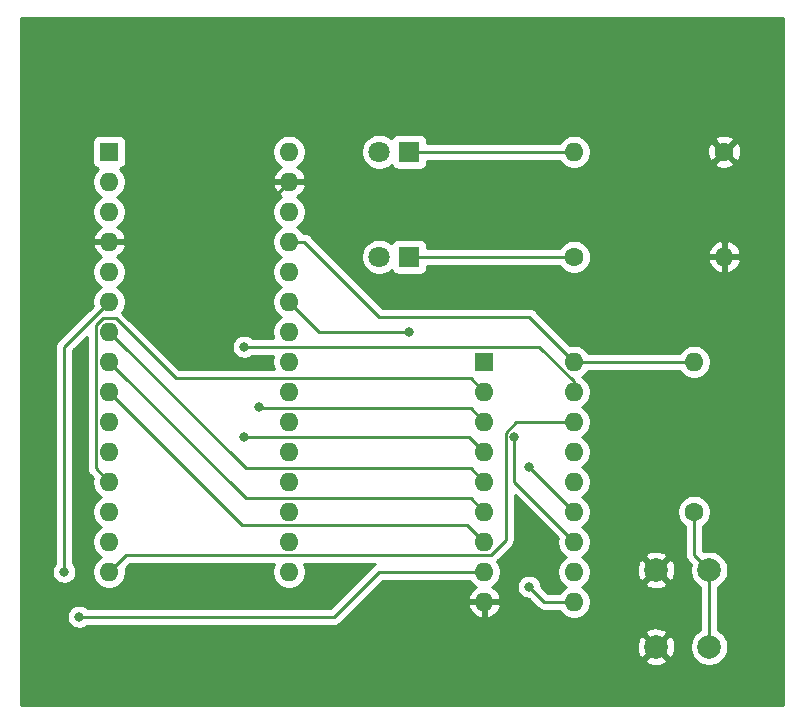
<source format=gbr>
%TF.GenerationSoftware,KiCad,Pcbnew,(5.1.10)-1*%
%TF.CreationDate,2021-07-06T22:39:24+01:00*%
%TF.ProjectId,2114_sram_tester,32313134-5f73-4726-916d-5f7465737465,rev?*%
%TF.SameCoordinates,Original*%
%TF.FileFunction,Copper,L2,Bot*%
%TF.FilePolarity,Positive*%
%FSLAX46Y46*%
G04 Gerber Fmt 4.6, Leading zero omitted, Abs format (unit mm)*
G04 Created by KiCad (PCBNEW (5.1.10)-1) date 2021-07-06 22:39:24*
%MOMM*%
%LPD*%
G01*
G04 APERTURE LIST*
%TA.AperFunction,ComponentPad*%
%ADD10C,2.000000*%
%TD*%
%TA.AperFunction,ComponentPad*%
%ADD11O,1.600000X1.600000*%
%TD*%
%TA.AperFunction,ComponentPad*%
%ADD12C,1.600000*%
%TD*%
%TA.AperFunction,ComponentPad*%
%ADD13R,1.600000X1.600000*%
%TD*%
%TA.AperFunction,ComponentPad*%
%ADD14C,1.800000*%
%TD*%
%TA.AperFunction,ComponentPad*%
%ADD15R,1.800000X1.800000*%
%TD*%
%TA.AperFunction,ViaPad*%
%ADD16C,0.800000*%
%TD*%
%TA.AperFunction,Conductor*%
%ADD17C,0.250000*%
%TD*%
%TA.AperFunction,Conductor*%
%ADD18C,0.254000*%
%TD*%
%TA.AperFunction,Conductor*%
%ADD19C,0.100000*%
%TD*%
G04 APERTURE END LIST*
D10*
%TO.P,SW1,1*%
%TO.N,GND*%
X145360000Y-97640000D03*
%TO.P,SW1,2*%
%TO.N,Switch*%
X149860000Y-97640000D03*
%TO.P,SW1,1*%
%TO.N,GND*%
X145360000Y-104140000D03*
%TO.P,SW1,2*%
%TO.N,Switch*%
X149860000Y-104140000D03*
%TD*%
D11*
%TO.P,R3,2*%
%TO.N,5vPower*%
X148590000Y-80010000D03*
D12*
%TO.P,R3,1*%
%TO.N,Switch*%
X148590000Y-92710000D03*
%TD*%
D11*
%TO.P,R2,2*%
%TO.N,GND*%
X151130000Y-71120000D03*
D12*
%TO.P,R2,1*%
%TO.N,Net-(D2-Pad1)*%
X138430000Y-71120000D03*
%TD*%
D11*
%TO.P,R1,2*%
%TO.N,Net-(D1-Pad1)*%
X138430000Y-62230000D03*
D12*
%TO.P,R1,1*%
%TO.N,GND*%
X151130000Y-62230000D03*
%TD*%
D11*
%TO.P,A1,16*%
%TO.N,SRAM_A9*%
X114300000Y-97790000D03*
%TO.P,A1,15*%
%TO.N,SRAM_A8*%
X99060000Y-97790000D03*
%TO.P,A1,30*%
%TO.N,Net-(A1-Pad30)*%
X114300000Y-62230000D03*
%TO.P,A1,14*%
%TO.N,SRAM_A7*%
X99060000Y-95250000D03*
%TO.P,A1,29*%
%TO.N,GND*%
X114300000Y-64770000D03*
%TO.P,A1,13*%
%TO.N,SRAM_A6*%
X99060000Y-92710000D03*
%TO.P,A1,28*%
%TO.N,Net-(A1-Pad28)*%
X114300000Y-67310000D03*
%TO.P,A1,12*%
%TO.N,SRAM_A5*%
X99060000Y-90170000D03*
%TO.P,A1,27*%
%TO.N,5vPower*%
X114300000Y-69850000D03*
%TO.P,A1,11*%
%TO.N,SRAM_A4*%
X99060000Y-87630000D03*
%TO.P,A1,26*%
%TO.N,Net-(A1-Pad26)*%
X114300000Y-72390000D03*
%TO.P,A1,10*%
%TO.N,SRAM_A3*%
X99060000Y-85090000D03*
%TO.P,A1,25*%
%TO.N,Switch*%
X114300000Y-74930000D03*
%TO.P,A1,9*%
%TO.N,SRAM_A2*%
X99060000Y-82550000D03*
%TO.P,A1,24*%
%TO.N,Red_LED*%
X114300000Y-77470000D03*
%TO.P,A1,8*%
%TO.N,SRAM_A1*%
X99060000Y-80010000D03*
%TO.P,A1,23*%
%TO.N,Green_LED*%
X114300000Y-80010000D03*
%TO.P,A1,7*%
%TO.N,SRAM_A0*%
X99060000Y-77470000D03*
%TO.P,A1,22*%
%TO.N,Data_4*%
X114300000Y-82550000D03*
%TO.P,A1,6*%
%TO.N,Write_Enable*%
X99060000Y-74930000D03*
%TO.P,A1,21*%
%TO.N,Data_3*%
X114300000Y-85090000D03*
%TO.P,A1,5*%
%TO.N,Chip_Select*%
X99060000Y-72390000D03*
%TO.P,A1,20*%
%TO.N,Data_2*%
X114300000Y-87630000D03*
%TO.P,A1,4*%
%TO.N,GND*%
X99060000Y-69850000D03*
%TO.P,A1,19*%
%TO.N,Data_1*%
X114300000Y-90170000D03*
%TO.P,A1,3*%
%TO.N,Net-(A1-Pad3)*%
X99060000Y-67310000D03*
%TO.P,A1,18*%
%TO.N,Net-(A1-Pad18)*%
X114300000Y-92710000D03*
%TO.P,A1,2*%
%TO.N,Net-(A1-Pad2)*%
X99060000Y-64770000D03*
%TO.P,A1,17*%
%TO.N,Net-(A1-Pad17)*%
X114300000Y-95250000D03*
D13*
%TO.P,A1,1*%
%TO.N,Net-(A1-Pad1)*%
X99060000Y-62230000D03*
%TD*%
D11*
%TO.P,J1,18*%
%TO.N,5vPower*%
X138430000Y-80010000D03*
%TO.P,J1,9*%
%TO.N,GND*%
X130810000Y-100330000D03*
%TO.P,J1,17*%
%TO.N,SRAM_A7*%
X138430000Y-82550000D03*
%TO.P,J1,8*%
%TO.N,Chip_Select*%
X130810000Y-97790000D03*
%TO.P,J1,16*%
%TO.N,SRAM_A8*%
X138430000Y-85090000D03*
%TO.P,J1,7*%
%TO.N,SRAM_A2*%
X130810000Y-95250000D03*
%TO.P,J1,15*%
%TO.N,SRAM_A9*%
X138430000Y-87630000D03*
%TO.P,J1,6*%
%TO.N,SRAM_A1*%
X130810000Y-92710000D03*
%TO.P,J1,14*%
%TO.N,Data_1*%
X138430000Y-90170000D03*
%TO.P,J1,5*%
%TO.N,SRAM_A0*%
X130810000Y-90170000D03*
%TO.P,J1,13*%
%TO.N,Data_2*%
X138430000Y-92710000D03*
%TO.P,J1,4*%
%TO.N,SRAM_A3*%
X130810000Y-87630000D03*
%TO.P,J1,12*%
%TO.N,Data_3*%
X138430000Y-95250000D03*
%TO.P,J1,3*%
%TO.N,SRAM_A4*%
X130810000Y-85090000D03*
%TO.P,J1,11*%
%TO.N,Data_4*%
X138430000Y-97790000D03*
%TO.P,J1,2*%
%TO.N,SRAM_A5*%
X130810000Y-82550000D03*
%TO.P,J1,10*%
%TO.N,Write_Enable*%
X138430000Y-100330000D03*
D13*
%TO.P,J1,1*%
%TO.N,SRAM_A6*%
X130810000Y-80010000D03*
%TD*%
D14*
%TO.P,D2,2*%
%TO.N,Green_LED*%
X121920000Y-71120000D03*
D15*
%TO.P,D2,1*%
%TO.N,Net-(D2-Pad1)*%
X124460000Y-71120000D03*
%TD*%
D14*
%TO.P,D1,2*%
%TO.N,Red_LED*%
X121920000Y-62230000D03*
D15*
%TO.P,D1,1*%
%TO.N,Net-(D1-Pad1)*%
X124460000Y-62230000D03*
%TD*%
D16*
%TO.N,SRAM_A7*%
X110490000Y-78740000D03*
%TO.N,SRAM_A4*%
X111760000Y-83820000D03*
%TO.N,SRAM_A3*%
X110490000Y-86360000D03*
%TO.N,Write_Enable*%
X134620000Y-99060000D03*
X95250000Y-97790000D03*
%TO.N,Data_3*%
X133350000Y-86360000D03*
%TO.N,Chip_Select*%
X96520000Y-101600000D03*
%TO.N,Data_2*%
X134620000Y-88900000D03*
%TO.N,Switch*%
X124460000Y-77470000D03*
%TD*%
D17*
%TO.N,SRAM_A8*%
X133546998Y-85090000D02*
X138430000Y-85090000D01*
X132624999Y-86011999D02*
X133546998Y-85090000D01*
X132624999Y-95100003D02*
X132624999Y-86011999D01*
X131350001Y-96375001D02*
X132624999Y-95100003D01*
X100474999Y-96375001D02*
X131350001Y-96375001D01*
X99060000Y-97790000D02*
X100474999Y-96375001D01*
%TO.N,SRAM_A7*%
X138430000Y-81675002D02*
X138430000Y-82550000D01*
X135494998Y-78740000D02*
X138430000Y-81675002D01*
X110490000Y-78740000D02*
X135494998Y-78740000D01*
%TO.N,GND*%
X109220000Y-69850000D02*
X114300000Y-64770000D01*
X99060000Y-69850000D02*
X109220000Y-69850000D01*
X148590000Y-64770000D02*
X151130000Y-62230000D01*
X114300000Y-64770000D02*
X148590000Y-64770000D01*
X151130000Y-71120000D02*
X151130000Y-67310000D01*
X151130000Y-67310000D02*
X148590000Y-64770000D01*
%TO.N,SRAM_A5*%
X97934999Y-89044999D02*
X99060000Y-90170000D01*
X98519999Y-76344999D02*
X97934999Y-76929999D01*
X97934999Y-76929999D02*
X97934999Y-89044999D01*
X99600001Y-76344999D02*
X98519999Y-76344999D01*
X104680001Y-81424999D02*
X99600001Y-76344999D01*
X129684999Y-81424999D02*
X104680001Y-81424999D01*
X130810000Y-82550000D02*
X129684999Y-81424999D01*
%TO.N,5vPower*%
X114300000Y-69850000D02*
X115570000Y-69850000D01*
X115570000Y-69850000D02*
X121920000Y-76200000D01*
X134620000Y-76200000D02*
X138430000Y-80010000D01*
X121920000Y-76200000D02*
X134620000Y-76200000D01*
X138430000Y-80010000D02*
X148590000Y-80010000D01*
%TO.N,SRAM_A4*%
X130810000Y-85090000D02*
X129684999Y-83964999D01*
X111904999Y-83964999D02*
X111760000Y-83820000D01*
X129684999Y-83964999D02*
X111904999Y-83964999D01*
%TO.N,SRAM_A3*%
X129540000Y-86360000D02*
X110490000Y-86360000D01*
X130810000Y-87630000D02*
X129540000Y-86360000D01*
%TO.N,SRAM_A2*%
X110345001Y-93835001D02*
X99060000Y-82550000D01*
X129395001Y-93835001D02*
X110345001Y-93835001D01*
X130810000Y-95250000D02*
X129395001Y-93835001D01*
%TO.N,SRAM_A1*%
X110634999Y-91584999D02*
X99060000Y-80010000D01*
X129684999Y-91584999D02*
X110634999Y-91584999D01*
X130810000Y-92710000D02*
X129684999Y-91584999D01*
%TO.N,SRAM_A0*%
X110634999Y-89044999D02*
X99060000Y-77470000D01*
X129684999Y-89044999D02*
X110634999Y-89044999D01*
X130810000Y-90170000D02*
X129684999Y-89044999D01*
%TO.N,Write_Enable*%
X95250000Y-78740000D02*
X99060000Y-74930000D01*
X95250000Y-95645002D02*
X95250000Y-78740000D01*
X135890000Y-100330000D02*
X134620000Y-99060000D01*
X138430000Y-100330000D02*
X135890000Y-100330000D01*
X95250000Y-97790000D02*
X95250000Y-95250000D01*
%TO.N,Data_3*%
X133350000Y-90170000D02*
X138430000Y-95250000D01*
X133350000Y-86360000D02*
X133350000Y-90170000D01*
%TO.N,Chip_Select*%
X130810000Y-97790000D02*
X121920000Y-97790000D01*
X118110000Y-101600000D02*
X96520000Y-101600000D01*
X121920000Y-97790000D02*
X118110000Y-101600000D01*
%TO.N,Data_2*%
X134620000Y-88900000D02*
X138430000Y-92710000D01*
%TO.N,Net-(D1-Pad1)*%
X138430000Y-62230000D02*
X124460000Y-62230000D01*
%TO.N,Net-(D2-Pad1)*%
X138430000Y-71120000D02*
X124460000Y-71120000D01*
%TO.N,Switch*%
X116840000Y-77470000D02*
X114300000Y-74930000D01*
X124460000Y-77470000D02*
X116840000Y-77470000D01*
X148590000Y-96370000D02*
X149860000Y-97640000D01*
X148590000Y-92710000D02*
X148590000Y-96370000D01*
X149860000Y-97640000D02*
X149860000Y-104140000D01*
%TD*%
D18*
%TO.N,GND*%
X156083000Y-109093000D02*
X91567000Y-109093000D01*
X91567000Y-105275413D01*
X144404192Y-105275413D01*
X144499956Y-105539814D01*
X144789571Y-105680704D01*
X145101108Y-105762384D01*
X145422595Y-105781718D01*
X145741675Y-105737961D01*
X146046088Y-105632795D01*
X146220044Y-105539814D01*
X146315808Y-105275413D01*
X145360000Y-104319605D01*
X144404192Y-105275413D01*
X91567000Y-105275413D01*
X91567000Y-104202595D01*
X143718282Y-104202595D01*
X143762039Y-104521675D01*
X143867205Y-104826088D01*
X143960186Y-105000044D01*
X144224587Y-105095808D01*
X145180395Y-104140000D01*
X145539605Y-104140000D01*
X146495413Y-105095808D01*
X146759814Y-105000044D01*
X146900704Y-104710429D01*
X146982384Y-104398892D01*
X147001718Y-104077405D01*
X146957961Y-103758325D01*
X146852795Y-103453912D01*
X146759814Y-103279956D01*
X146495413Y-103184192D01*
X145539605Y-104140000D01*
X145180395Y-104140000D01*
X144224587Y-103184192D01*
X143960186Y-103279956D01*
X143819296Y-103569571D01*
X143737616Y-103881108D01*
X143718282Y-104202595D01*
X91567000Y-104202595D01*
X91567000Y-103004587D01*
X144404192Y-103004587D01*
X145360000Y-103960395D01*
X146315808Y-103004587D01*
X146220044Y-102740186D01*
X145930429Y-102599296D01*
X145618892Y-102517616D01*
X145297405Y-102498282D01*
X144978325Y-102542039D01*
X144673912Y-102647205D01*
X144499956Y-102740186D01*
X144404192Y-103004587D01*
X91567000Y-103004587D01*
X91567000Y-97688061D01*
X94215000Y-97688061D01*
X94215000Y-97891939D01*
X94254774Y-98091898D01*
X94332795Y-98280256D01*
X94446063Y-98449774D01*
X94590226Y-98593937D01*
X94759744Y-98707205D01*
X94948102Y-98785226D01*
X95148061Y-98825000D01*
X95351939Y-98825000D01*
X95551898Y-98785226D01*
X95740256Y-98707205D01*
X95909774Y-98593937D01*
X96053937Y-98449774D01*
X96167205Y-98280256D01*
X96245226Y-98091898D01*
X96285000Y-97891939D01*
X96285000Y-97688061D01*
X96245226Y-97488102D01*
X96167205Y-97299744D01*
X96053937Y-97130226D01*
X96010000Y-97086289D01*
X96010000Y-79054801D01*
X97174999Y-77889802D01*
X97175000Y-89007667D01*
X97171323Y-89044999D01*
X97175000Y-89082332D01*
X97185997Y-89193985D01*
X97199179Y-89237441D01*
X97229453Y-89337245D01*
X97300025Y-89469275D01*
X97353986Y-89535026D01*
X97394999Y-89585000D01*
X97423997Y-89608798D01*
X97661312Y-89846113D01*
X97625000Y-90028665D01*
X97625000Y-90311335D01*
X97680147Y-90588574D01*
X97788320Y-90849727D01*
X97945363Y-91084759D01*
X98145241Y-91284637D01*
X98377759Y-91440000D01*
X98145241Y-91595363D01*
X97945363Y-91795241D01*
X97788320Y-92030273D01*
X97680147Y-92291426D01*
X97625000Y-92568665D01*
X97625000Y-92851335D01*
X97680147Y-93128574D01*
X97788320Y-93389727D01*
X97945363Y-93624759D01*
X98145241Y-93824637D01*
X98377759Y-93980000D01*
X98145241Y-94135363D01*
X97945363Y-94335241D01*
X97788320Y-94570273D01*
X97680147Y-94831426D01*
X97625000Y-95108665D01*
X97625000Y-95391335D01*
X97680147Y-95668574D01*
X97788320Y-95929727D01*
X97945363Y-96164759D01*
X98145241Y-96364637D01*
X98377759Y-96520000D01*
X98145241Y-96675363D01*
X97945363Y-96875241D01*
X97788320Y-97110273D01*
X97680147Y-97371426D01*
X97625000Y-97648665D01*
X97625000Y-97931335D01*
X97680147Y-98208574D01*
X97788320Y-98469727D01*
X97945363Y-98704759D01*
X98145241Y-98904637D01*
X98380273Y-99061680D01*
X98641426Y-99169853D01*
X98918665Y-99225000D01*
X99201335Y-99225000D01*
X99478574Y-99169853D01*
X99739727Y-99061680D01*
X99974759Y-98904637D01*
X100174637Y-98704759D01*
X100331680Y-98469727D01*
X100439853Y-98208574D01*
X100495000Y-97931335D01*
X100495000Y-97648665D01*
X100458688Y-97466114D01*
X100789801Y-97135001D01*
X113018077Y-97135001D01*
X112920147Y-97371426D01*
X112865000Y-97648665D01*
X112865000Y-97931335D01*
X112920147Y-98208574D01*
X113028320Y-98469727D01*
X113185363Y-98704759D01*
X113385241Y-98904637D01*
X113620273Y-99061680D01*
X113881426Y-99169853D01*
X114158665Y-99225000D01*
X114441335Y-99225000D01*
X114718574Y-99169853D01*
X114979727Y-99061680D01*
X115214759Y-98904637D01*
X115414637Y-98704759D01*
X115571680Y-98469727D01*
X115679853Y-98208574D01*
X115735000Y-97931335D01*
X115735000Y-97648665D01*
X115679853Y-97371426D01*
X115581923Y-97135001D01*
X121533188Y-97135001D01*
X121495724Y-97155026D01*
X121379999Y-97249999D01*
X121356201Y-97278997D01*
X117795199Y-100840000D01*
X97223711Y-100840000D01*
X97179774Y-100796063D01*
X97010256Y-100682795D01*
X96821898Y-100604774D01*
X96621939Y-100565000D01*
X96418061Y-100565000D01*
X96218102Y-100604774D01*
X96029744Y-100682795D01*
X95860226Y-100796063D01*
X95716063Y-100940226D01*
X95602795Y-101109744D01*
X95524774Y-101298102D01*
X95485000Y-101498061D01*
X95485000Y-101701939D01*
X95524774Y-101901898D01*
X95602795Y-102090256D01*
X95716063Y-102259774D01*
X95860226Y-102403937D01*
X96029744Y-102517205D01*
X96218102Y-102595226D01*
X96418061Y-102635000D01*
X96621939Y-102635000D01*
X96821898Y-102595226D01*
X97010256Y-102517205D01*
X97179774Y-102403937D01*
X97223711Y-102360000D01*
X118072678Y-102360000D01*
X118110000Y-102363676D01*
X118147322Y-102360000D01*
X118147333Y-102360000D01*
X118258986Y-102349003D01*
X118402247Y-102305546D01*
X118534276Y-102234974D01*
X118650001Y-102140001D01*
X118673804Y-102110997D01*
X120105762Y-100679039D01*
X129418096Y-100679039D01*
X129458754Y-100813087D01*
X129578963Y-101067420D01*
X129746481Y-101293414D01*
X129954869Y-101482385D01*
X130196119Y-101627070D01*
X130460960Y-101721909D01*
X130683000Y-101600624D01*
X130683000Y-100457000D01*
X130937000Y-100457000D01*
X130937000Y-101600624D01*
X131159040Y-101721909D01*
X131423881Y-101627070D01*
X131665131Y-101482385D01*
X131873519Y-101293414D01*
X132041037Y-101067420D01*
X132161246Y-100813087D01*
X132201904Y-100679039D01*
X132079915Y-100457000D01*
X130937000Y-100457000D01*
X130683000Y-100457000D01*
X129540085Y-100457000D01*
X129418096Y-100679039D01*
X120105762Y-100679039D01*
X122234802Y-98550000D01*
X129591957Y-98550000D01*
X129695363Y-98704759D01*
X129895241Y-98904637D01*
X130130273Y-99061680D01*
X130140865Y-99066067D01*
X129954869Y-99177615D01*
X129746481Y-99366586D01*
X129578963Y-99592580D01*
X129458754Y-99846913D01*
X129418096Y-99980961D01*
X129540085Y-100203000D01*
X130683000Y-100203000D01*
X130683000Y-100183000D01*
X130937000Y-100183000D01*
X130937000Y-100203000D01*
X132079915Y-100203000D01*
X132201904Y-99980961D01*
X132161246Y-99846913D01*
X132041037Y-99592580D01*
X131873519Y-99366586D01*
X131665131Y-99177615D01*
X131479135Y-99066067D01*
X131489727Y-99061680D01*
X131724759Y-98904637D01*
X131924637Y-98704759D01*
X132081680Y-98469727D01*
X132189853Y-98208574D01*
X132245000Y-97931335D01*
X132245000Y-97648665D01*
X132189853Y-97371426D01*
X132081680Y-97110273D01*
X131924637Y-96875241D01*
X131924600Y-96875204D01*
X133136008Y-95663797D01*
X133165000Y-95640004D01*
X133188794Y-95611011D01*
X133188798Y-95611007D01*
X133259972Y-95524280D01*
X133259973Y-95524279D01*
X133330545Y-95392250D01*
X133374002Y-95248989D01*
X133384999Y-95137336D01*
X133384999Y-95137327D01*
X133388675Y-95100004D01*
X133384999Y-95062681D01*
X133384999Y-91279800D01*
X137031312Y-94926114D01*
X136995000Y-95108665D01*
X136995000Y-95391335D01*
X137050147Y-95668574D01*
X137158320Y-95929727D01*
X137315363Y-96164759D01*
X137515241Y-96364637D01*
X137747759Y-96520000D01*
X137515241Y-96675363D01*
X137315363Y-96875241D01*
X137158320Y-97110273D01*
X137050147Y-97371426D01*
X136995000Y-97648665D01*
X136995000Y-97931335D01*
X137050147Y-98208574D01*
X137158320Y-98469727D01*
X137315363Y-98704759D01*
X137515241Y-98904637D01*
X137747759Y-99060000D01*
X137515241Y-99215363D01*
X137315363Y-99415241D01*
X137211957Y-99570000D01*
X136204802Y-99570000D01*
X135655000Y-99020199D01*
X135655000Y-98958061D01*
X135615226Y-98758102D01*
X135537205Y-98569744D01*
X135423937Y-98400226D01*
X135279774Y-98256063D01*
X135110256Y-98142795D01*
X134921898Y-98064774D01*
X134721939Y-98025000D01*
X134518061Y-98025000D01*
X134318102Y-98064774D01*
X134129744Y-98142795D01*
X133960226Y-98256063D01*
X133816063Y-98400226D01*
X133702795Y-98569744D01*
X133624774Y-98758102D01*
X133585000Y-98958061D01*
X133585000Y-99161939D01*
X133624774Y-99361898D01*
X133702795Y-99550256D01*
X133816063Y-99719774D01*
X133960226Y-99863937D01*
X134129744Y-99977205D01*
X134318102Y-100055226D01*
X134518061Y-100095000D01*
X134580199Y-100095000D01*
X135326201Y-100841003D01*
X135349999Y-100870001D01*
X135465724Y-100964974D01*
X135597753Y-101035546D01*
X135741014Y-101079003D01*
X135852667Y-101090000D01*
X135852676Y-101090000D01*
X135889999Y-101093676D01*
X135927322Y-101090000D01*
X137211957Y-101090000D01*
X137315363Y-101244759D01*
X137515241Y-101444637D01*
X137750273Y-101601680D01*
X138011426Y-101709853D01*
X138288665Y-101765000D01*
X138571335Y-101765000D01*
X138848574Y-101709853D01*
X139109727Y-101601680D01*
X139344759Y-101444637D01*
X139544637Y-101244759D01*
X139701680Y-101009727D01*
X139809853Y-100748574D01*
X139865000Y-100471335D01*
X139865000Y-100188665D01*
X139809853Y-99911426D01*
X139701680Y-99650273D01*
X139544637Y-99415241D01*
X139344759Y-99215363D01*
X139112241Y-99060000D01*
X139344759Y-98904637D01*
X139473983Y-98775413D01*
X144404192Y-98775413D01*
X144499956Y-99039814D01*
X144789571Y-99180704D01*
X145101108Y-99262384D01*
X145422595Y-99281718D01*
X145741675Y-99237961D01*
X146046088Y-99132795D01*
X146220044Y-99039814D01*
X146315808Y-98775413D01*
X145360000Y-97819605D01*
X144404192Y-98775413D01*
X139473983Y-98775413D01*
X139544637Y-98704759D01*
X139701680Y-98469727D01*
X139809853Y-98208574D01*
X139865000Y-97931335D01*
X139865000Y-97702595D01*
X143718282Y-97702595D01*
X143762039Y-98021675D01*
X143867205Y-98326088D01*
X143960186Y-98500044D01*
X144224587Y-98595808D01*
X145180395Y-97640000D01*
X145539605Y-97640000D01*
X146495413Y-98595808D01*
X146759814Y-98500044D01*
X146900704Y-98210429D01*
X146982384Y-97898892D01*
X147001718Y-97577405D01*
X146957961Y-97258325D01*
X146852795Y-96953912D01*
X146759814Y-96779956D01*
X146495413Y-96684192D01*
X145539605Y-97640000D01*
X145180395Y-97640000D01*
X144224587Y-96684192D01*
X143960186Y-96779956D01*
X143819296Y-97069571D01*
X143737616Y-97381108D01*
X143718282Y-97702595D01*
X139865000Y-97702595D01*
X139865000Y-97648665D01*
X139809853Y-97371426D01*
X139701680Y-97110273D01*
X139544637Y-96875241D01*
X139344759Y-96675363D01*
X139112241Y-96520000D01*
X139135308Y-96504587D01*
X144404192Y-96504587D01*
X145360000Y-97460395D01*
X146315808Y-96504587D01*
X146220044Y-96240186D01*
X145930429Y-96099296D01*
X145618892Y-96017616D01*
X145297405Y-95998282D01*
X144978325Y-96042039D01*
X144673912Y-96147205D01*
X144499956Y-96240186D01*
X144404192Y-96504587D01*
X139135308Y-96504587D01*
X139344759Y-96364637D01*
X139544637Y-96164759D01*
X139701680Y-95929727D01*
X139809853Y-95668574D01*
X139865000Y-95391335D01*
X139865000Y-95108665D01*
X139809853Y-94831426D01*
X139701680Y-94570273D01*
X139544637Y-94335241D01*
X139344759Y-94135363D01*
X139112241Y-93980000D01*
X139344759Y-93824637D01*
X139544637Y-93624759D01*
X139701680Y-93389727D01*
X139809853Y-93128574D01*
X139865000Y-92851335D01*
X139865000Y-92568665D01*
X147155000Y-92568665D01*
X147155000Y-92851335D01*
X147210147Y-93128574D01*
X147318320Y-93389727D01*
X147475363Y-93624759D01*
X147675241Y-93824637D01*
X147830000Y-93928044D01*
X147830001Y-96332668D01*
X147826324Y-96370000D01*
X147830001Y-96407333D01*
X147840933Y-96518320D01*
X147840998Y-96518985D01*
X147884454Y-96662246D01*
X147955026Y-96794276D01*
X148013509Y-96865537D01*
X148050000Y-96910001D01*
X148078998Y-96933799D01*
X148293823Y-97148624D01*
X148287832Y-97163088D01*
X148225000Y-97478967D01*
X148225000Y-97801033D01*
X148287832Y-98116912D01*
X148411082Y-98414463D01*
X148590013Y-98682252D01*
X148817748Y-98909987D01*
X149085537Y-99088918D01*
X149100000Y-99094909D01*
X149100001Y-102685091D01*
X149085537Y-102691082D01*
X148817748Y-102870013D01*
X148590013Y-103097748D01*
X148411082Y-103365537D01*
X148287832Y-103663088D01*
X148225000Y-103978967D01*
X148225000Y-104301033D01*
X148287832Y-104616912D01*
X148411082Y-104914463D01*
X148590013Y-105182252D01*
X148817748Y-105409987D01*
X149085537Y-105588918D01*
X149383088Y-105712168D01*
X149698967Y-105775000D01*
X150021033Y-105775000D01*
X150336912Y-105712168D01*
X150634463Y-105588918D01*
X150902252Y-105409987D01*
X151129987Y-105182252D01*
X151308918Y-104914463D01*
X151432168Y-104616912D01*
X151495000Y-104301033D01*
X151495000Y-103978967D01*
X151432168Y-103663088D01*
X151308918Y-103365537D01*
X151129987Y-103097748D01*
X150902252Y-102870013D01*
X150634463Y-102691082D01*
X150620000Y-102685091D01*
X150620000Y-99094909D01*
X150634463Y-99088918D01*
X150902252Y-98909987D01*
X151129987Y-98682252D01*
X151308918Y-98414463D01*
X151432168Y-98116912D01*
X151495000Y-97801033D01*
X151495000Y-97478967D01*
X151432168Y-97163088D01*
X151308918Y-96865537D01*
X151129987Y-96597748D01*
X150902252Y-96370013D01*
X150634463Y-96191082D01*
X150336912Y-96067832D01*
X150021033Y-96005000D01*
X149698967Y-96005000D01*
X149383088Y-96067832D01*
X149368624Y-96073823D01*
X149350000Y-96055199D01*
X149350000Y-93928043D01*
X149504759Y-93824637D01*
X149704637Y-93624759D01*
X149861680Y-93389727D01*
X149969853Y-93128574D01*
X150025000Y-92851335D01*
X150025000Y-92568665D01*
X149969853Y-92291426D01*
X149861680Y-92030273D01*
X149704637Y-91795241D01*
X149504759Y-91595363D01*
X149269727Y-91438320D01*
X149008574Y-91330147D01*
X148731335Y-91275000D01*
X148448665Y-91275000D01*
X148171426Y-91330147D01*
X147910273Y-91438320D01*
X147675241Y-91595363D01*
X147475363Y-91795241D01*
X147318320Y-92030273D01*
X147210147Y-92291426D01*
X147155000Y-92568665D01*
X139865000Y-92568665D01*
X139809853Y-92291426D01*
X139701680Y-92030273D01*
X139544637Y-91795241D01*
X139344759Y-91595363D01*
X139112241Y-91440000D01*
X139344759Y-91284637D01*
X139544637Y-91084759D01*
X139701680Y-90849727D01*
X139809853Y-90588574D01*
X139865000Y-90311335D01*
X139865000Y-90028665D01*
X139809853Y-89751426D01*
X139701680Y-89490273D01*
X139544637Y-89255241D01*
X139344759Y-89055363D01*
X139112241Y-88900000D01*
X139344759Y-88744637D01*
X139544637Y-88544759D01*
X139701680Y-88309727D01*
X139809853Y-88048574D01*
X139865000Y-87771335D01*
X139865000Y-87488665D01*
X139809853Y-87211426D01*
X139701680Y-86950273D01*
X139544637Y-86715241D01*
X139344759Y-86515363D01*
X139112241Y-86360000D01*
X139344759Y-86204637D01*
X139544637Y-86004759D01*
X139701680Y-85769727D01*
X139809853Y-85508574D01*
X139865000Y-85231335D01*
X139865000Y-84948665D01*
X139809853Y-84671426D01*
X139701680Y-84410273D01*
X139544637Y-84175241D01*
X139344759Y-83975363D01*
X139112241Y-83820000D01*
X139344759Y-83664637D01*
X139544637Y-83464759D01*
X139701680Y-83229727D01*
X139809853Y-82968574D01*
X139865000Y-82691335D01*
X139865000Y-82408665D01*
X139809853Y-82131426D01*
X139701680Y-81870273D01*
X139544637Y-81635241D01*
X139344759Y-81435363D01*
X139112241Y-81280000D01*
X139344759Y-81124637D01*
X139544637Y-80924759D01*
X139648043Y-80770000D01*
X147371957Y-80770000D01*
X147475363Y-80924759D01*
X147675241Y-81124637D01*
X147910273Y-81281680D01*
X148171426Y-81389853D01*
X148448665Y-81445000D01*
X148731335Y-81445000D01*
X149008574Y-81389853D01*
X149269727Y-81281680D01*
X149504759Y-81124637D01*
X149704637Y-80924759D01*
X149861680Y-80689727D01*
X149969853Y-80428574D01*
X150025000Y-80151335D01*
X150025000Y-79868665D01*
X149969853Y-79591426D01*
X149861680Y-79330273D01*
X149704637Y-79095241D01*
X149504759Y-78895363D01*
X149269727Y-78738320D01*
X149008574Y-78630147D01*
X148731335Y-78575000D01*
X148448665Y-78575000D01*
X148171426Y-78630147D01*
X147910273Y-78738320D01*
X147675241Y-78895363D01*
X147475363Y-79095241D01*
X147371957Y-79250000D01*
X139648043Y-79250000D01*
X139544637Y-79095241D01*
X139344759Y-78895363D01*
X139109727Y-78738320D01*
X138848574Y-78630147D01*
X138571335Y-78575000D01*
X138288665Y-78575000D01*
X138106114Y-78611312D01*
X135183804Y-75689003D01*
X135160001Y-75659999D01*
X135044276Y-75565026D01*
X134912247Y-75494454D01*
X134768986Y-75450997D01*
X134657333Y-75440000D01*
X134657322Y-75440000D01*
X134620000Y-75436324D01*
X134582678Y-75440000D01*
X122234802Y-75440000D01*
X117763618Y-70968816D01*
X120385000Y-70968816D01*
X120385000Y-71271184D01*
X120443989Y-71567743D01*
X120559701Y-71847095D01*
X120727688Y-72098505D01*
X120941495Y-72312312D01*
X121192905Y-72480299D01*
X121472257Y-72596011D01*
X121768816Y-72655000D01*
X122071184Y-72655000D01*
X122367743Y-72596011D01*
X122647095Y-72480299D01*
X122898505Y-72312312D01*
X122964944Y-72245873D01*
X122970498Y-72264180D01*
X123029463Y-72374494D01*
X123108815Y-72471185D01*
X123205506Y-72550537D01*
X123315820Y-72609502D01*
X123435518Y-72645812D01*
X123560000Y-72658072D01*
X125360000Y-72658072D01*
X125484482Y-72645812D01*
X125604180Y-72609502D01*
X125714494Y-72550537D01*
X125811185Y-72471185D01*
X125890537Y-72374494D01*
X125949502Y-72264180D01*
X125985812Y-72144482D01*
X125998072Y-72020000D01*
X125998072Y-71880000D01*
X137211957Y-71880000D01*
X137315363Y-72034759D01*
X137515241Y-72234637D01*
X137750273Y-72391680D01*
X138011426Y-72499853D01*
X138288665Y-72555000D01*
X138571335Y-72555000D01*
X138848574Y-72499853D01*
X139109727Y-72391680D01*
X139344759Y-72234637D01*
X139544637Y-72034759D01*
X139701680Y-71799727D01*
X139809853Y-71538574D01*
X139823684Y-71469039D01*
X149738096Y-71469039D01*
X149778754Y-71603087D01*
X149898963Y-71857420D01*
X150066481Y-72083414D01*
X150274869Y-72272385D01*
X150516119Y-72417070D01*
X150780960Y-72511909D01*
X151003000Y-72390624D01*
X151003000Y-71247000D01*
X151257000Y-71247000D01*
X151257000Y-72390624D01*
X151479040Y-72511909D01*
X151743881Y-72417070D01*
X151985131Y-72272385D01*
X152193519Y-72083414D01*
X152361037Y-71857420D01*
X152481246Y-71603087D01*
X152521904Y-71469039D01*
X152399915Y-71247000D01*
X151257000Y-71247000D01*
X151003000Y-71247000D01*
X149860085Y-71247000D01*
X149738096Y-71469039D01*
X139823684Y-71469039D01*
X139865000Y-71261335D01*
X139865000Y-70978665D01*
X139823685Y-70770961D01*
X149738096Y-70770961D01*
X149860085Y-70993000D01*
X151003000Y-70993000D01*
X151003000Y-69849376D01*
X151257000Y-69849376D01*
X151257000Y-70993000D01*
X152399915Y-70993000D01*
X152521904Y-70770961D01*
X152481246Y-70636913D01*
X152361037Y-70382580D01*
X152193519Y-70156586D01*
X151985131Y-69967615D01*
X151743881Y-69822930D01*
X151479040Y-69728091D01*
X151257000Y-69849376D01*
X151003000Y-69849376D01*
X150780960Y-69728091D01*
X150516119Y-69822930D01*
X150274869Y-69967615D01*
X150066481Y-70156586D01*
X149898963Y-70382580D01*
X149778754Y-70636913D01*
X149738096Y-70770961D01*
X139823685Y-70770961D01*
X139809853Y-70701426D01*
X139701680Y-70440273D01*
X139544637Y-70205241D01*
X139344759Y-70005363D01*
X139109727Y-69848320D01*
X138848574Y-69740147D01*
X138571335Y-69685000D01*
X138288665Y-69685000D01*
X138011426Y-69740147D01*
X137750273Y-69848320D01*
X137515241Y-70005363D01*
X137315363Y-70205241D01*
X137211957Y-70360000D01*
X125998072Y-70360000D01*
X125998072Y-70220000D01*
X125985812Y-70095518D01*
X125949502Y-69975820D01*
X125890537Y-69865506D01*
X125811185Y-69768815D01*
X125714494Y-69689463D01*
X125604180Y-69630498D01*
X125484482Y-69594188D01*
X125360000Y-69581928D01*
X123560000Y-69581928D01*
X123435518Y-69594188D01*
X123315820Y-69630498D01*
X123205506Y-69689463D01*
X123108815Y-69768815D01*
X123029463Y-69865506D01*
X122970498Y-69975820D01*
X122964944Y-69994127D01*
X122898505Y-69927688D01*
X122647095Y-69759701D01*
X122367743Y-69643989D01*
X122071184Y-69585000D01*
X121768816Y-69585000D01*
X121472257Y-69643989D01*
X121192905Y-69759701D01*
X120941495Y-69927688D01*
X120727688Y-70141495D01*
X120559701Y-70392905D01*
X120443989Y-70672257D01*
X120385000Y-70968816D01*
X117763618Y-70968816D01*
X116133804Y-69339003D01*
X116110001Y-69309999D01*
X115994276Y-69215026D01*
X115862247Y-69144454D01*
X115718986Y-69100997D01*
X115607333Y-69090000D01*
X115607322Y-69090000D01*
X115570000Y-69086324D01*
X115532678Y-69090000D01*
X115518043Y-69090000D01*
X115414637Y-68935241D01*
X115214759Y-68735363D01*
X114982241Y-68580000D01*
X115214759Y-68424637D01*
X115414637Y-68224759D01*
X115571680Y-67989727D01*
X115679853Y-67728574D01*
X115735000Y-67451335D01*
X115735000Y-67168665D01*
X115679853Y-66891426D01*
X115571680Y-66630273D01*
X115414637Y-66395241D01*
X115214759Y-66195363D01*
X114979727Y-66038320D01*
X114969135Y-66033933D01*
X115155131Y-65922385D01*
X115363519Y-65733414D01*
X115531037Y-65507420D01*
X115651246Y-65253087D01*
X115691904Y-65119039D01*
X115569915Y-64897000D01*
X114427000Y-64897000D01*
X114427000Y-64917000D01*
X114173000Y-64917000D01*
X114173000Y-64897000D01*
X113030085Y-64897000D01*
X112908096Y-65119039D01*
X112948754Y-65253087D01*
X113068963Y-65507420D01*
X113236481Y-65733414D01*
X113444869Y-65922385D01*
X113630865Y-66033933D01*
X113620273Y-66038320D01*
X113385241Y-66195363D01*
X113185363Y-66395241D01*
X113028320Y-66630273D01*
X112920147Y-66891426D01*
X112865000Y-67168665D01*
X112865000Y-67451335D01*
X112920147Y-67728574D01*
X113028320Y-67989727D01*
X113185363Y-68224759D01*
X113385241Y-68424637D01*
X113617759Y-68580000D01*
X113385241Y-68735363D01*
X113185363Y-68935241D01*
X113028320Y-69170273D01*
X112920147Y-69431426D01*
X112865000Y-69708665D01*
X112865000Y-69991335D01*
X112920147Y-70268574D01*
X113028320Y-70529727D01*
X113185363Y-70764759D01*
X113385241Y-70964637D01*
X113617759Y-71120000D01*
X113385241Y-71275363D01*
X113185363Y-71475241D01*
X113028320Y-71710273D01*
X112920147Y-71971426D01*
X112865000Y-72248665D01*
X112865000Y-72531335D01*
X112920147Y-72808574D01*
X113028320Y-73069727D01*
X113185363Y-73304759D01*
X113385241Y-73504637D01*
X113617759Y-73660000D01*
X113385241Y-73815363D01*
X113185363Y-74015241D01*
X113028320Y-74250273D01*
X112920147Y-74511426D01*
X112865000Y-74788665D01*
X112865000Y-75071335D01*
X112920147Y-75348574D01*
X113028320Y-75609727D01*
X113185363Y-75844759D01*
X113385241Y-76044637D01*
X113617759Y-76200000D01*
X113385241Y-76355363D01*
X113185363Y-76555241D01*
X113028320Y-76790273D01*
X112920147Y-77051426D01*
X112865000Y-77328665D01*
X112865000Y-77611335D01*
X112920147Y-77888574D01*
X112958017Y-77980000D01*
X111193711Y-77980000D01*
X111149774Y-77936063D01*
X110980256Y-77822795D01*
X110791898Y-77744774D01*
X110591939Y-77705000D01*
X110388061Y-77705000D01*
X110188102Y-77744774D01*
X109999744Y-77822795D01*
X109830226Y-77936063D01*
X109686063Y-78080226D01*
X109572795Y-78249744D01*
X109494774Y-78438102D01*
X109455000Y-78638061D01*
X109455000Y-78841939D01*
X109494774Y-79041898D01*
X109572795Y-79230256D01*
X109686063Y-79399774D01*
X109830226Y-79543937D01*
X109999744Y-79657205D01*
X110188102Y-79735226D01*
X110388061Y-79775000D01*
X110591939Y-79775000D01*
X110791898Y-79735226D01*
X110980256Y-79657205D01*
X111149774Y-79543937D01*
X111193711Y-79500000D01*
X112958017Y-79500000D01*
X112920147Y-79591426D01*
X112865000Y-79868665D01*
X112865000Y-80151335D01*
X112920147Y-80428574D01*
X113018077Y-80664999D01*
X104994803Y-80664999D01*
X100174600Y-75844796D01*
X100174637Y-75844759D01*
X100331680Y-75609727D01*
X100439853Y-75348574D01*
X100495000Y-75071335D01*
X100495000Y-74788665D01*
X100439853Y-74511426D01*
X100331680Y-74250273D01*
X100174637Y-74015241D01*
X99974759Y-73815363D01*
X99742241Y-73660000D01*
X99974759Y-73504637D01*
X100174637Y-73304759D01*
X100331680Y-73069727D01*
X100439853Y-72808574D01*
X100495000Y-72531335D01*
X100495000Y-72248665D01*
X100439853Y-71971426D01*
X100331680Y-71710273D01*
X100174637Y-71475241D01*
X99974759Y-71275363D01*
X99739727Y-71118320D01*
X99729135Y-71113933D01*
X99915131Y-71002385D01*
X100123519Y-70813414D01*
X100291037Y-70587420D01*
X100411246Y-70333087D01*
X100451904Y-70199039D01*
X100329915Y-69977000D01*
X99187000Y-69977000D01*
X99187000Y-69997000D01*
X98933000Y-69997000D01*
X98933000Y-69977000D01*
X97790085Y-69977000D01*
X97668096Y-70199039D01*
X97708754Y-70333087D01*
X97828963Y-70587420D01*
X97996481Y-70813414D01*
X98204869Y-71002385D01*
X98390865Y-71113933D01*
X98380273Y-71118320D01*
X98145241Y-71275363D01*
X97945363Y-71475241D01*
X97788320Y-71710273D01*
X97680147Y-71971426D01*
X97625000Y-72248665D01*
X97625000Y-72531335D01*
X97680147Y-72808574D01*
X97788320Y-73069727D01*
X97945363Y-73304759D01*
X98145241Y-73504637D01*
X98377759Y-73660000D01*
X98145241Y-73815363D01*
X97945363Y-74015241D01*
X97788320Y-74250273D01*
X97680147Y-74511426D01*
X97625000Y-74788665D01*
X97625000Y-75071335D01*
X97661312Y-75253886D01*
X94738998Y-78176201D01*
X94710000Y-78199999D01*
X94686202Y-78228997D01*
X94686201Y-78228998D01*
X94615026Y-78315724D01*
X94544454Y-78447754D01*
X94514180Y-78547558D01*
X94502933Y-78584637D01*
X94500998Y-78591015D01*
X94486324Y-78740000D01*
X94490001Y-78777333D01*
X94490000Y-95682334D01*
X94490001Y-95682342D01*
X94490000Y-97086289D01*
X94446063Y-97130226D01*
X94332795Y-97299744D01*
X94254774Y-97488102D01*
X94215000Y-97688061D01*
X91567000Y-97688061D01*
X91567000Y-61430000D01*
X97621928Y-61430000D01*
X97621928Y-63030000D01*
X97634188Y-63154482D01*
X97670498Y-63274180D01*
X97729463Y-63384494D01*
X97808815Y-63481185D01*
X97905506Y-63560537D01*
X98015820Y-63619502D01*
X98135518Y-63655812D01*
X98143961Y-63656643D01*
X97945363Y-63855241D01*
X97788320Y-64090273D01*
X97680147Y-64351426D01*
X97625000Y-64628665D01*
X97625000Y-64911335D01*
X97680147Y-65188574D01*
X97788320Y-65449727D01*
X97945363Y-65684759D01*
X98145241Y-65884637D01*
X98377759Y-66040000D01*
X98145241Y-66195363D01*
X97945363Y-66395241D01*
X97788320Y-66630273D01*
X97680147Y-66891426D01*
X97625000Y-67168665D01*
X97625000Y-67451335D01*
X97680147Y-67728574D01*
X97788320Y-67989727D01*
X97945363Y-68224759D01*
X98145241Y-68424637D01*
X98380273Y-68581680D01*
X98390865Y-68586067D01*
X98204869Y-68697615D01*
X97996481Y-68886586D01*
X97828963Y-69112580D01*
X97708754Y-69366913D01*
X97668096Y-69500961D01*
X97790085Y-69723000D01*
X98933000Y-69723000D01*
X98933000Y-69703000D01*
X99187000Y-69703000D01*
X99187000Y-69723000D01*
X100329915Y-69723000D01*
X100451904Y-69500961D01*
X100411246Y-69366913D01*
X100291037Y-69112580D01*
X100123519Y-68886586D01*
X99915131Y-68697615D01*
X99729135Y-68586067D01*
X99739727Y-68581680D01*
X99974759Y-68424637D01*
X100174637Y-68224759D01*
X100331680Y-67989727D01*
X100439853Y-67728574D01*
X100495000Y-67451335D01*
X100495000Y-67168665D01*
X100439853Y-66891426D01*
X100331680Y-66630273D01*
X100174637Y-66395241D01*
X99974759Y-66195363D01*
X99742241Y-66040000D01*
X99974759Y-65884637D01*
X100174637Y-65684759D01*
X100331680Y-65449727D01*
X100439853Y-65188574D01*
X100495000Y-64911335D01*
X100495000Y-64628665D01*
X100439853Y-64351426D01*
X100331680Y-64090273D01*
X100174637Y-63855241D01*
X99976039Y-63656643D01*
X99984482Y-63655812D01*
X100104180Y-63619502D01*
X100214494Y-63560537D01*
X100311185Y-63481185D01*
X100390537Y-63384494D01*
X100449502Y-63274180D01*
X100485812Y-63154482D01*
X100498072Y-63030000D01*
X100498072Y-62088665D01*
X112865000Y-62088665D01*
X112865000Y-62371335D01*
X112920147Y-62648574D01*
X113028320Y-62909727D01*
X113185363Y-63144759D01*
X113385241Y-63344637D01*
X113620273Y-63501680D01*
X113630865Y-63506067D01*
X113444869Y-63617615D01*
X113236481Y-63806586D01*
X113068963Y-64032580D01*
X112948754Y-64286913D01*
X112908096Y-64420961D01*
X113030085Y-64643000D01*
X114173000Y-64643000D01*
X114173000Y-64623000D01*
X114427000Y-64623000D01*
X114427000Y-64643000D01*
X115569915Y-64643000D01*
X115691904Y-64420961D01*
X115651246Y-64286913D01*
X115531037Y-64032580D01*
X115363519Y-63806586D01*
X115155131Y-63617615D01*
X114969135Y-63506067D01*
X114979727Y-63501680D01*
X115214759Y-63344637D01*
X115414637Y-63144759D01*
X115571680Y-62909727D01*
X115679853Y-62648574D01*
X115735000Y-62371335D01*
X115735000Y-62088665D01*
X115733041Y-62078816D01*
X120385000Y-62078816D01*
X120385000Y-62381184D01*
X120443989Y-62677743D01*
X120559701Y-62957095D01*
X120727688Y-63208505D01*
X120941495Y-63422312D01*
X121192905Y-63590299D01*
X121472257Y-63706011D01*
X121768816Y-63765000D01*
X122071184Y-63765000D01*
X122367743Y-63706011D01*
X122647095Y-63590299D01*
X122898505Y-63422312D01*
X122964944Y-63355873D01*
X122970498Y-63374180D01*
X123029463Y-63484494D01*
X123108815Y-63581185D01*
X123205506Y-63660537D01*
X123315820Y-63719502D01*
X123435518Y-63755812D01*
X123560000Y-63768072D01*
X125360000Y-63768072D01*
X125484482Y-63755812D01*
X125604180Y-63719502D01*
X125714494Y-63660537D01*
X125811185Y-63581185D01*
X125890537Y-63484494D01*
X125949502Y-63374180D01*
X125985812Y-63254482D01*
X125998072Y-63130000D01*
X125998072Y-62990000D01*
X137211957Y-62990000D01*
X137315363Y-63144759D01*
X137515241Y-63344637D01*
X137750273Y-63501680D01*
X138011426Y-63609853D01*
X138288665Y-63665000D01*
X138571335Y-63665000D01*
X138848574Y-63609853D01*
X139109727Y-63501680D01*
X139344759Y-63344637D01*
X139466694Y-63222702D01*
X150316903Y-63222702D01*
X150388486Y-63466671D01*
X150643996Y-63587571D01*
X150918184Y-63656300D01*
X151200512Y-63670217D01*
X151480130Y-63628787D01*
X151746292Y-63533603D01*
X151871514Y-63466671D01*
X151943097Y-63222702D01*
X151130000Y-62409605D01*
X150316903Y-63222702D01*
X139466694Y-63222702D01*
X139544637Y-63144759D01*
X139701680Y-62909727D01*
X139809853Y-62648574D01*
X139865000Y-62371335D01*
X139865000Y-62300512D01*
X149689783Y-62300512D01*
X149731213Y-62580130D01*
X149826397Y-62846292D01*
X149893329Y-62971514D01*
X150137298Y-63043097D01*
X150950395Y-62230000D01*
X151309605Y-62230000D01*
X152122702Y-63043097D01*
X152366671Y-62971514D01*
X152487571Y-62716004D01*
X152556300Y-62441816D01*
X152570217Y-62159488D01*
X152528787Y-61879870D01*
X152433603Y-61613708D01*
X152366671Y-61488486D01*
X152122702Y-61416903D01*
X151309605Y-62230000D01*
X150950395Y-62230000D01*
X150137298Y-61416903D01*
X149893329Y-61488486D01*
X149772429Y-61743996D01*
X149703700Y-62018184D01*
X149689783Y-62300512D01*
X139865000Y-62300512D01*
X139865000Y-62088665D01*
X139809853Y-61811426D01*
X139701680Y-61550273D01*
X139544637Y-61315241D01*
X139466694Y-61237298D01*
X150316903Y-61237298D01*
X151130000Y-62050395D01*
X151943097Y-61237298D01*
X151871514Y-60993329D01*
X151616004Y-60872429D01*
X151341816Y-60803700D01*
X151059488Y-60789783D01*
X150779870Y-60831213D01*
X150513708Y-60926397D01*
X150388486Y-60993329D01*
X150316903Y-61237298D01*
X139466694Y-61237298D01*
X139344759Y-61115363D01*
X139109727Y-60958320D01*
X138848574Y-60850147D01*
X138571335Y-60795000D01*
X138288665Y-60795000D01*
X138011426Y-60850147D01*
X137750273Y-60958320D01*
X137515241Y-61115363D01*
X137315363Y-61315241D01*
X137211957Y-61470000D01*
X125998072Y-61470000D01*
X125998072Y-61330000D01*
X125985812Y-61205518D01*
X125949502Y-61085820D01*
X125890537Y-60975506D01*
X125811185Y-60878815D01*
X125714494Y-60799463D01*
X125604180Y-60740498D01*
X125484482Y-60704188D01*
X125360000Y-60691928D01*
X123560000Y-60691928D01*
X123435518Y-60704188D01*
X123315820Y-60740498D01*
X123205506Y-60799463D01*
X123108815Y-60878815D01*
X123029463Y-60975506D01*
X122970498Y-61085820D01*
X122964944Y-61104127D01*
X122898505Y-61037688D01*
X122647095Y-60869701D01*
X122367743Y-60753989D01*
X122071184Y-60695000D01*
X121768816Y-60695000D01*
X121472257Y-60753989D01*
X121192905Y-60869701D01*
X120941495Y-61037688D01*
X120727688Y-61251495D01*
X120559701Y-61502905D01*
X120443989Y-61782257D01*
X120385000Y-62078816D01*
X115733041Y-62078816D01*
X115679853Y-61811426D01*
X115571680Y-61550273D01*
X115414637Y-61315241D01*
X115214759Y-61115363D01*
X114979727Y-60958320D01*
X114718574Y-60850147D01*
X114441335Y-60795000D01*
X114158665Y-60795000D01*
X113881426Y-60850147D01*
X113620273Y-60958320D01*
X113385241Y-61115363D01*
X113185363Y-61315241D01*
X113028320Y-61550273D01*
X112920147Y-61811426D01*
X112865000Y-62088665D01*
X100498072Y-62088665D01*
X100498072Y-61430000D01*
X100485812Y-61305518D01*
X100449502Y-61185820D01*
X100390537Y-61075506D01*
X100311185Y-60978815D01*
X100214494Y-60899463D01*
X100104180Y-60840498D01*
X99984482Y-60804188D01*
X99860000Y-60791928D01*
X98260000Y-60791928D01*
X98135518Y-60804188D01*
X98015820Y-60840498D01*
X97905506Y-60899463D01*
X97808815Y-60978815D01*
X97729463Y-61075506D01*
X97670498Y-61185820D01*
X97634188Y-61305518D01*
X97621928Y-61430000D01*
X91567000Y-61430000D01*
X91567000Y-50927000D01*
X156083000Y-50927000D01*
X156083000Y-109093000D01*
%TA.AperFunction,Conductor*%
D19*
G36*
X156083000Y-109093000D02*
G01*
X91567000Y-109093000D01*
X91567000Y-105275413D01*
X144404192Y-105275413D01*
X144499956Y-105539814D01*
X144789571Y-105680704D01*
X145101108Y-105762384D01*
X145422595Y-105781718D01*
X145741675Y-105737961D01*
X146046088Y-105632795D01*
X146220044Y-105539814D01*
X146315808Y-105275413D01*
X145360000Y-104319605D01*
X144404192Y-105275413D01*
X91567000Y-105275413D01*
X91567000Y-104202595D01*
X143718282Y-104202595D01*
X143762039Y-104521675D01*
X143867205Y-104826088D01*
X143960186Y-105000044D01*
X144224587Y-105095808D01*
X145180395Y-104140000D01*
X145539605Y-104140000D01*
X146495413Y-105095808D01*
X146759814Y-105000044D01*
X146900704Y-104710429D01*
X146982384Y-104398892D01*
X147001718Y-104077405D01*
X146957961Y-103758325D01*
X146852795Y-103453912D01*
X146759814Y-103279956D01*
X146495413Y-103184192D01*
X145539605Y-104140000D01*
X145180395Y-104140000D01*
X144224587Y-103184192D01*
X143960186Y-103279956D01*
X143819296Y-103569571D01*
X143737616Y-103881108D01*
X143718282Y-104202595D01*
X91567000Y-104202595D01*
X91567000Y-103004587D01*
X144404192Y-103004587D01*
X145360000Y-103960395D01*
X146315808Y-103004587D01*
X146220044Y-102740186D01*
X145930429Y-102599296D01*
X145618892Y-102517616D01*
X145297405Y-102498282D01*
X144978325Y-102542039D01*
X144673912Y-102647205D01*
X144499956Y-102740186D01*
X144404192Y-103004587D01*
X91567000Y-103004587D01*
X91567000Y-97688061D01*
X94215000Y-97688061D01*
X94215000Y-97891939D01*
X94254774Y-98091898D01*
X94332795Y-98280256D01*
X94446063Y-98449774D01*
X94590226Y-98593937D01*
X94759744Y-98707205D01*
X94948102Y-98785226D01*
X95148061Y-98825000D01*
X95351939Y-98825000D01*
X95551898Y-98785226D01*
X95740256Y-98707205D01*
X95909774Y-98593937D01*
X96053937Y-98449774D01*
X96167205Y-98280256D01*
X96245226Y-98091898D01*
X96285000Y-97891939D01*
X96285000Y-97688061D01*
X96245226Y-97488102D01*
X96167205Y-97299744D01*
X96053937Y-97130226D01*
X96010000Y-97086289D01*
X96010000Y-79054801D01*
X97174999Y-77889802D01*
X97175000Y-89007667D01*
X97171323Y-89044999D01*
X97175000Y-89082332D01*
X97185997Y-89193985D01*
X97199179Y-89237441D01*
X97229453Y-89337245D01*
X97300025Y-89469275D01*
X97353986Y-89535026D01*
X97394999Y-89585000D01*
X97423997Y-89608798D01*
X97661312Y-89846113D01*
X97625000Y-90028665D01*
X97625000Y-90311335D01*
X97680147Y-90588574D01*
X97788320Y-90849727D01*
X97945363Y-91084759D01*
X98145241Y-91284637D01*
X98377759Y-91440000D01*
X98145241Y-91595363D01*
X97945363Y-91795241D01*
X97788320Y-92030273D01*
X97680147Y-92291426D01*
X97625000Y-92568665D01*
X97625000Y-92851335D01*
X97680147Y-93128574D01*
X97788320Y-93389727D01*
X97945363Y-93624759D01*
X98145241Y-93824637D01*
X98377759Y-93980000D01*
X98145241Y-94135363D01*
X97945363Y-94335241D01*
X97788320Y-94570273D01*
X97680147Y-94831426D01*
X97625000Y-95108665D01*
X97625000Y-95391335D01*
X97680147Y-95668574D01*
X97788320Y-95929727D01*
X97945363Y-96164759D01*
X98145241Y-96364637D01*
X98377759Y-96520000D01*
X98145241Y-96675363D01*
X97945363Y-96875241D01*
X97788320Y-97110273D01*
X97680147Y-97371426D01*
X97625000Y-97648665D01*
X97625000Y-97931335D01*
X97680147Y-98208574D01*
X97788320Y-98469727D01*
X97945363Y-98704759D01*
X98145241Y-98904637D01*
X98380273Y-99061680D01*
X98641426Y-99169853D01*
X98918665Y-99225000D01*
X99201335Y-99225000D01*
X99478574Y-99169853D01*
X99739727Y-99061680D01*
X99974759Y-98904637D01*
X100174637Y-98704759D01*
X100331680Y-98469727D01*
X100439853Y-98208574D01*
X100495000Y-97931335D01*
X100495000Y-97648665D01*
X100458688Y-97466114D01*
X100789801Y-97135001D01*
X113018077Y-97135001D01*
X112920147Y-97371426D01*
X112865000Y-97648665D01*
X112865000Y-97931335D01*
X112920147Y-98208574D01*
X113028320Y-98469727D01*
X113185363Y-98704759D01*
X113385241Y-98904637D01*
X113620273Y-99061680D01*
X113881426Y-99169853D01*
X114158665Y-99225000D01*
X114441335Y-99225000D01*
X114718574Y-99169853D01*
X114979727Y-99061680D01*
X115214759Y-98904637D01*
X115414637Y-98704759D01*
X115571680Y-98469727D01*
X115679853Y-98208574D01*
X115735000Y-97931335D01*
X115735000Y-97648665D01*
X115679853Y-97371426D01*
X115581923Y-97135001D01*
X121533188Y-97135001D01*
X121495724Y-97155026D01*
X121379999Y-97249999D01*
X121356201Y-97278997D01*
X117795199Y-100840000D01*
X97223711Y-100840000D01*
X97179774Y-100796063D01*
X97010256Y-100682795D01*
X96821898Y-100604774D01*
X96621939Y-100565000D01*
X96418061Y-100565000D01*
X96218102Y-100604774D01*
X96029744Y-100682795D01*
X95860226Y-100796063D01*
X95716063Y-100940226D01*
X95602795Y-101109744D01*
X95524774Y-101298102D01*
X95485000Y-101498061D01*
X95485000Y-101701939D01*
X95524774Y-101901898D01*
X95602795Y-102090256D01*
X95716063Y-102259774D01*
X95860226Y-102403937D01*
X96029744Y-102517205D01*
X96218102Y-102595226D01*
X96418061Y-102635000D01*
X96621939Y-102635000D01*
X96821898Y-102595226D01*
X97010256Y-102517205D01*
X97179774Y-102403937D01*
X97223711Y-102360000D01*
X118072678Y-102360000D01*
X118110000Y-102363676D01*
X118147322Y-102360000D01*
X118147333Y-102360000D01*
X118258986Y-102349003D01*
X118402247Y-102305546D01*
X118534276Y-102234974D01*
X118650001Y-102140001D01*
X118673804Y-102110997D01*
X120105762Y-100679039D01*
X129418096Y-100679039D01*
X129458754Y-100813087D01*
X129578963Y-101067420D01*
X129746481Y-101293414D01*
X129954869Y-101482385D01*
X130196119Y-101627070D01*
X130460960Y-101721909D01*
X130683000Y-101600624D01*
X130683000Y-100457000D01*
X130937000Y-100457000D01*
X130937000Y-101600624D01*
X131159040Y-101721909D01*
X131423881Y-101627070D01*
X131665131Y-101482385D01*
X131873519Y-101293414D01*
X132041037Y-101067420D01*
X132161246Y-100813087D01*
X132201904Y-100679039D01*
X132079915Y-100457000D01*
X130937000Y-100457000D01*
X130683000Y-100457000D01*
X129540085Y-100457000D01*
X129418096Y-100679039D01*
X120105762Y-100679039D01*
X122234802Y-98550000D01*
X129591957Y-98550000D01*
X129695363Y-98704759D01*
X129895241Y-98904637D01*
X130130273Y-99061680D01*
X130140865Y-99066067D01*
X129954869Y-99177615D01*
X129746481Y-99366586D01*
X129578963Y-99592580D01*
X129458754Y-99846913D01*
X129418096Y-99980961D01*
X129540085Y-100203000D01*
X130683000Y-100203000D01*
X130683000Y-100183000D01*
X130937000Y-100183000D01*
X130937000Y-100203000D01*
X132079915Y-100203000D01*
X132201904Y-99980961D01*
X132161246Y-99846913D01*
X132041037Y-99592580D01*
X131873519Y-99366586D01*
X131665131Y-99177615D01*
X131479135Y-99066067D01*
X131489727Y-99061680D01*
X131724759Y-98904637D01*
X131924637Y-98704759D01*
X132081680Y-98469727D01*
X132189853Y-98208574D01*
X132245000Y-97931335D01*
X132245000Y-97648665D01*
X132189853Y-97371426D01*
X132081680Y-97110273D01*
X131924637Y-96875241D01*
X131924600Y-96875204D01*
X133136008Y-95663797D01*
X133165000Y-95640004D01*
X133188794Y-95611011D01*
X133188798Y-95611007D01*
X133259972Y-95524280D01*
X133259973Y-95524279D01*
X133330545Y-95392250D01*
X133374002Y-95248989D01*
X133384999Y-95137336D01*
X133384999Y-95137327D01*
X133388675Y-95100004D01*
X133384999Y-95062681D01*
X133384999Y-91279800D01*
X137031312Y-94926114D01*
X136995000Y-95108665D01*
X136995000Y-95391335D01*
X137050147Y-95668574D01*
X137158320Y-95929727D01*
X137315363Y-96164759D01*
X137515241Y-96364637D01*
X137747759Y-96520000D01*
X137515241Y-96675363D01*
X137315363Y-96875241D01*
X137158320Y-97110273D01*
X137050147Y-97371426D01*
X136995000Y-97648665D01*
X136995000Y-97931335D01*
X137050147Y-98208574D01*
X137158320Y-98469727D01*
X137315363Y-98704759D01*
X137515241Y-98904637D01*
X137747759Y-99060000D01*
X137515241Y-99215363D01*
X137315363Y-99415241D01*
X137211957Y-99570000D01*
X136204802Y-99570000D01*
X135655000Y-99020199D01*
X135655000Y-98958061D01*
X135615226Y-98758102D01*
X135537205Y-98569744D01*
X135423937Y-98400226D01*
X135279774Y-98256063D01*
X135110256Y-98142795D01*
X134921898Y-98064774D01*
X134721939Y-98025000D01*
X134518061Y-98025000D01*
X134318102Y-98064774D01*
X134129744Y-98142795D01*
X133960226Y-98256063D01*
X133816063Y-98400226D01*
X133702795Y-98569744D01*
X133624774Y-98758102D01*
X133585000Y-98958061D01*
X133585000Y-99161939D01*
X133624774Y-99361898D01*
X133702795Y-99550256D01*
X133816063Y-99719774D01*
X133960226Y-99863937D01*
X134129744Y-99977205D01*
X134318102Y-100055226D01*
X134518061Y-100095000D01*
X134580199Y-100095000D01*
X135326201Y-100841003D01*
X135349999Y-100870001D01*
X135465724Y-100964974D01*
X135597753Y-101035546D01*
X135741014Y-101079003D01*
X135852667Y-101090000D01*
X135852676Y-101090000D01*
X135889999Y-101093676D01*
X135927322Y-101090000D01*
X137211957Y-101090000D01*
X137315363Y-101244759D01*
X137515241Y-101444637D01*
X137750273Y-101601680D01*
X138011426Y-101709853D01*
X138288665Y-101765000D01*
X138571335Y-101765000D01*
X138848574Y-101709853D01*
X139109727Y-101601680D01*
X139344759Y-101444637D01*
X139544637Y-101244759D01*
X139701680Y-101009727D01*
X139809853Y-100748574D01*
X139865000Y-100471335D01*
X139865000Y-100188665D01*
X139809853Y-99911426D01*
X139701680Y-99650273D01*
X139544637Y-99415241D01*
X139344759Y-99215363D01*
X139112241Y-99060000D01*
X139344759Y-98904637D01*
X139473983Y-98775413D01*
X144404192Y-98775413D01*
X144499956Y-99039814D01*
X144789571Y-99180704D01*
X145101108Y-99262384D01*
X145422595Y-99281718D01*
X145741675Y-99237961D01*
X146046088Y-99132795D01*
X146220044Y-99039814D01*
X146315808Y-98775413D01*
X145360000Y-97819605D01*
X144404192Y-98775413D01*
X139473983Y-98775413D01*
X139544637Y-98704759D01*
X139701680Y-98469727D01*
X139809853Y-98208574D01*
X139865000Y-97931335D01*
X139865000Y-97702595D01*
X143718282Y-97702595D01*
X143762039Y-98021675D01*
X143867205Y-98326088D01*
X143960186Y-98500044D01*
X144224587Y-98595808D01*
X145180395Y-97640000D01*
X145539605Y-97640000D01*
X146495413Y-98595808D01*
X146759814Y-98500044D01*
X146900704Y-98210429D01*
X146982384Y-97898892D01*
X147001718Y-97577405D01*
X146957961Y-97258325D01*
X146852795Y-96953912D01*
X146759814Y-96779956D01*
X146495413Y-96684192D01*
X145539605Y-97640000D01*
X145180395Y-97640000D01*
X144224587Y-96684192D01*
X143960186Y-96779956D01*
X143819296Y-97069571D01*
X143737616Y-97381108D01*
X143718282Y-97702595D01*
X139865000Y-97702595D01*
X139865000Y-97648665D01*
X139809853Y-97371426D01*
X139701680Y-97110273D01*
X139544637Y-96875241D01*
X139344759Y-96675363D01*
X139112241Y-96520000D01*
X139135308Y-96504587D01*
X144404192Y-96504587D01*
X145360000Y-97460395D01*
X146315808Y-96504587D01*
X146220044Y-96240186D01*
X145930429Y-96099296D01*
X145618892Y-96017616D01*
X145297405Y-95998282D01*
X144978325Y-96042039D01*
X144673912Y-96147205D01*
X144499956Y-96240186D01*
X144404192Y-96504587D01*
X139135308Y-96504587D01*
X139344759Y-96364637D01*
X139544637Y-96164759D01*
X139701680Y-95929727D01*
X139809853Y-95668574D01*
X139865000Y-95391335D01*
X139865000Y-95108665D01*
X139809853Y-94831426D01*
X139701680Y-94570273D01*
X139544637Y-94335241D01*
X139344759Y-94135363D01*
X139112241Y-93980000D01*
X139344759Y-93824637D01*
X139544637Y-93624759D01*
X139701680Y-93389727D01*
X139809853Y-93128574D01*
X139865000Y-92851335D01*
X139865000Y-92568665D01*
X147155000Y-92568665D01*
X147155000Y-92851335D01*
X147210147Y-93128574D01*
X147318320Y-93389727D01*
X147475363Y-93624759D01*
X147675241Y-93824637D01*
X147830000Y-93928044D01*
X147830001Y-96332668D01*
X147826324Y-96370000D01*
X147830001Y-96407333D01*
X147840933Y-96518320D01*
X147840998Y-96518985D01*
X147884454Y-96662246D01*
X147955026Y-96794276D01*
X148013509Y-96865537D01*
X148050000Y-96910001D01*
X148078998Y-96933799D01*
X148293823Y-97148624D01*
X148287832Y-97163088D01*
X148225000Y-97478967D01*
X148225000Y-97801033D01*
X148287832Y-98116912D01*
X148411082Y-98414463D01*
X148590013Y-98682252D01*
X148817748Y-98909987D01*
X149085537Y-99088918D01*
X149100000Y-99094909D01*
X149100001Y-102685091D01*
X149085537Y-102691082D01*
X148817748Y-102870013D01*
X148590013Y-103097748D01*
X148411082Y-103365537D01*
X148287832Y-103663088D01*
X148225000Y-103978967D01*
X148225000Y-104301033D01*
X148287832Y-104616912D01*
X148411082Y-104914463D01*
X148590013Y-105182252D01*
X148817748Y-105409987D01*
X149085537Y-105588918D01*
X149383088Y-105712168D01*
X149698967Y-105775000D01*
X150021033Y-105775000D01*
X150336912Y-105712168D01*
X150634463Y-105588918D01*
X150902252Y-105409987D01*
X151129987Y-105182252D01*
X151308918Y-104914463D01*
X151432168Y-104616912D01*
X151495000Y-104301033D01*
X151495000Y-103978967D01*
X151432168Y-103663088D01*
X151308918Y-103365537D01*
X151129987Y-103097748D01*
X150902252Y-102870013D01*
X150634463Y-102691082D01*
X150620000Y-102685091D01*
X150620000Y-99094909D01*
X150634463Y-99088918D01*
X150902252Y-98909987D01*
X151129987Y-98682252D01*
X151308918Y-98414463D01*
X151432168Y-98116912D01*
X151495000Y-97801033D01*
X151495000Y-97478967D01*
X151432168Y-97163088D01*
X151308918Y-96865537D01*
X151129987Y-96597748D01*
X150902252Y-96370013D01*
X150634463Y-96191082D01*
X150336912Y-96067832D01*
X150021033Y-96005000D01*
X149698967Y-96005000D01*
X149383088Y-96067832D01*
X149368624Y-96073823D01*
X149350000Y-96055199D01*
X149350000Y-93928043D01*
X149504759Y-93824637D01*
X149704637Y-93624759D01*
X149861680Y-93389727D01*
X149969853Y-93128574D01*
X150025000Y-92851335D01*
X150025000Y-92568665D01*
X149969853Y-92291426D01*
X149861680Y-92030273D01*
X149704637Y-91795241D01*
X149504759Y-91595363D01*
X149269727Y-91438320D01*
X149008574Y-91330147D01*
X148731335Y-91275000D01*
X148448665Y-91275000D01*
X148171426Y-91330147D01*
X147910273Y-91438320D01*
X147675241Y-91595363D01*
X147475363Y-91795241D01*
X147318320Y-92030273D01*
X147210147Y-92291426D01*
X147155000Y-92568665D01*
X139865000Y-92568665D01*
X139809853Y-92291426D01*
X139701680Y-92030273D01*
X139544637Y-91795241D01*
X139344759Y-91595363D01*
X139112241Y-91440000D01*
X139344759Y-91284637D01*
X139544637Y-91084759D01*
X139701680Y-90849727D01*
X139809853Y-90588574D01*
X139865000Y-90311335D01*
X139865000Y-90028665D01*
X139809853Y-89751426D01*
X139701680Y-89490273D01*
X139544637Y-89255241D01*
X139344759Y-89055363D01*
X139112241Y-88900000D01*
X139344759Y-88744637D01*
X139544637Y-88544759D01*
X139701680Y-88309727D01*
X139809853Y-88048574D01*
X139865000Y-87771335D01*
X139865000Y-87488665D01*
X139809853Y-87211426D01*
X139701680Y-86950273D01*
X139544637Y-86715241D01*
X139344759Y-86515363D01*
X139112241Y-86360000D01*
X139344759Y-86204637D01*
X139544637Y-86004759D01*
X139701680Y-85769727D01*
X139809853Y-85508574D01*
X139865000Y-85231335D01*
X139865000Y-84948665D01*
X139809853Y-84671426D01*
X139701680Y-84410273D01*
X139544637Y-84175241D01*
X139344759Y-83975363D01*
X139112241Y-83820000D01*
X139344759Y-83664637D01*
X139544637Y-83464759D01*
X139701680Y-83229727D01*
X139809853Y-82968574D01*
X139865000Y-82691335D01*
X139865000Y-82408665D01*
X139809853Y-82131426D01*
X139701680Y-81870273D01*
X139544637Y-81635241D01*
X139344759Y-81435363D01*
X139112241Y-81280000D01*
X139344759Y-81124637D01*
X139544637Y-80924759D01*
X139648043Y-80770000D01*
X147371957Y-80770000D01*
X147475363Y-80924759D01*
X147675241Y-81124637D01*
X147910273Y-81281680D01*
X148171426Y-81389853D01*
X148448665Y-81445000D01*
X148731335Y-81445000D01*
X149008574Y-81389853D01*
X149269727Y-81281680D01*
X149504759Y-81124637D01*
X149704637Y-80924759D01*
X149861680Y-80689727D01*
X149969853Y-80428574D01*
X150025000Y-80151335D01*
X150025000Y-79868665D01*
X149969853Y-79591426D01*
X149861680Y-79330273D01*
X149704637Y-79095241D01*
X149504759Y-78895363D01*
X149269727Y-78738320D01*
X149008574Y-78630147D01*
X148731335Y-78575000D01*
X148448665Y-78575000D01*
X148171426Y-78630147D01*
X147910273Y-78738320D01*
X147675241Y-78895363D01*
X147475363Y-79095241D01*
X147371957Y-79250000D01*
X139648043Y-79250000D01*
X139544637Y-79095241D01*
X139344759Y-78895363D01*
X139109727Y-78738320D01*
X138848574Y-78630147D01*
X138571335Y-78575000D01*
X138288665Y-78575000D01*
X138106114Y-78611312D01*
X135183804Y-75689003D01*
X135160001Y-75659999D01*
X135044276Y-75565026D01*
X134912247Y-75494454D01*
X134768986Y-75450997D01*
X134657333Y-75440000D01*
X134657322Y-75440000D01*
X134620000Y-75436324D01*
X134582678Y-75440000D01*
X122234802Y-75440000D01*
X117763618Y-70968816D01*
X120385000Y-70968816D01*
X120385000Y-71271184D01*
X120443989Y-71567743D01*
X120559701Y-71847095D01*
X120727688Y-72098505D01*
X120941495Y-72312312D01*
X121192905Y-72480299D01*
X121472257Y-72596011D01*
X121768816Y-72655000D01*
X122071184Y-72655000D01*
X122367743Y-72596011D01*
X122647095Y-72480299D01*
X122898505Y-72312312D01*
X122964944Y-72245873D01*
X122970498Y-72264180D01*
X123029463Y-72374494D01*
X123108815Y-72471185D01*
X123205506Y-72550537D01*
X123315820Y-72609502D01*
X123435518Y-72645812D01*
X123560000Y-72658072D01*
X125360000Y-72658072D01*
X125484482Y-72645812D01*
X125604180Y-72609502D01*
X125714494Y-72550537D01*
X125811185Y-72471185D01*
X125890537Y-72374494D01*
X125949502Y-72264180D01*
X125985812Y-72144482D01*
X125998072Y-72020000D01*
X125998072Y-71880000D01*
X137211957Y-71880000D01*
X137315363Y-72034759D01*
X137515241Y-72234637D01*
X137750273Y-72391680D01*
X138011426Y-72499853D01*
X138288665Y-72555000D01*
X138571335Y-72555000D01*
X138848574Y-72499853D01*
X139109727Y-72391680D01*
X139344759Y-72234637D01*
X139544637Y-72034759D01*
X139701680Y-71799727D01*
X139809853Y-71538574D01*
X139823684Y-71469039D01*
X149738096Y-71469039D01*
X149778754Y-71603087D01*
X149898963Y-71857420D01*
X150066481Y-72083414D01*
X150274869Y-72272385D01*
X150516119Y-72417070D01*
X150780960Y-72511909D01*
X151003000Y-72390624D01*
X151003000Y-71247000D01*
X151257000Y-71247000D01*
X151257000Y-72390624D01*
X151479040Y-72511909D01*
X151743881Y-72417070D01*
X151985131Y-72272385D01*
X152193519Y-72083414D01*
X152361037Y-71857420D01*
X152481246Y-71603087D01*
X152521904Y-71469039D01*
X152399915Y-71247000D01*
X151257000Y-71247000D01*
X151003000Y-71247000D01*
X149860085Y-71247000D01*
X149738096Y-71469039D01*
X139823684Y-71469039D01*
X139865000Y-71261335D01*
X139865000Y-70978665D01*
X139823685Y-70770961D01*
X149738096Y-70770961D01*
X149860085Y-70993000D01*
X151003000Y-70993000D01*
X151003000Y-69849376D01*
X151257000Y-69849376D01*
X151257000Y-70993000D01*
X152399915Y-70993000D01*
X152521904Y-70770961D01*
X152481246Y-70636913D01*
X152361037Y-70382580D01*
X152193519Y-70156586D01*
X151985131Y-69967615D01*
X151743881Y-69822930D01*
X151479040Y-69728091D01*
X151257000Y-69849376D01*
X151003000Y-69849376D01*
X150780960Y-69728091D01*
X150516119Y-69822930D01*
X150274869Y-69967615D01*
X150066481Y-70156586D01*
X149898963Y-70382580D01*
X149778754Y-70636913D01*
X149738096Y-70770961D01*
X139823685Y-70770961D01*
X139809853Y-70701426D01*
X139701680Y-70440273D01*
X139544637Y-70205241D01*
X139344759Y-70005363D01*
X139109727Y-69848320D01*
X138848574Y-69740147D01*
X138571335Y-69685000D01*
X138288665Y-69685000D01*
X138011426Y-69740147D01*
X137750273Y-69848320D01*
X137515241Y-70005363D01*
X137315363Y-70205241D01*
X137211957Y-70360000D01*
X125998072Y-70360000D01*
X125998072Y-70220000D01*
X125985812Y-70095518D01*
X125949502Y-69975820D01*
X125890537Y-69865506D01*
X125811185Y-69768815D01*
X125714494Y-69689463D01*
X125604180Y-69630498D01*
X125484482Y-69594188D01*
X125360000Y-69581928D01*
X123560000Y-69581928D01*
X123435518Y-69594188D01*
X123315820Y-69630498D01*
X123205506Y-69689463D01*
X123108815Y-69768815D01*
X123029463Y-69865506D01*
X122970498Y-69975820D01*
X122964944Y-69994127D01*
X122898505Y-69927688D01*
X122647095Y-69759701D01*
X122367743Y-69643989D01*
X122071184Y-69585000D01*
X121768816Y-69585000D01*
X121472257Y-69643989D01*
X121192905Y-69759701D01*
X120941495Y-69927688D01*
X120727688Y-70141495D01*
X120559701Y-70392905D01*
X120443989Y-70672257D01*
X120385000Y-70968816D01*
X117763618Y-70968816D01*
X116133804Y-69339003D01*
X116110001Y-69309999D01*
X115994276Y-69215026D01*
X115862247Y-69144454D01*
X115718986Y-69100997D01*
X115607333Y-69090000D01*
X115607322Y-69090000D01*
X115570000Y-69086324D01*
X115532678Y-69090000D01*
X115518043Y-69090000D01*
X115414637Y-68935241D01*
X115214759Y-68735363D01*
X114982241Y-68580000D01*
X115214759Y-68424637D01*
X115414637Y-68224759D01*
X115571680Y-67989727D01*
X115679853Y-67728574D01*
X115735000Y-67451335D01*
X115735000Y-67168665D01*
X115679853Y-66891426D01*
X115571680Y-66630273D01*
X115414637Y-66395241D01*
X115214759Y-66195363D01*
X114979727Y-66038320D01*
X114969135Y-66033933D01*
X115155131Y-65922385D01*
X115363519Y-65733414D01*
X115531037Y-65507420D01*
X115651246Y-65253087D01*
X115691904Y-65119039D01*
X115569915Y-64897000D01*
X114427000Y-64897000D01*
X114427000Y-64917000D01*
X114173000Y-64917000D01*
X114173000Y-64897000D01*
X113030085Y-64897000D01*
X112908096Y-65119039D01*
X112948754Y-65253087D01*
X113068963Y-65507420D01*
X113236481Y-65733414D01*
X113444869Y-65922385D01*
X113630865Y-66033933D01*
X113620273Y-66038320D01*
X113385241Y-66195363D01*
X113185363Y-66395241D01*
X113028320Y-66630273D01*
X112920147Y-66891426D01*
X112865000Y-67168665D01*
X112865000Y-67451335D01*
X112920147Y-67728574D01*
X113028320Y-67989727D01*
X113185363Y-68224759D01*
X113385241Y-68424637D01*
X113617759Y-68580000D01*
X113385241Y-68735363D01*
X113185363Y-68935241D01*
X113028320Y-69170273D01*
X112920147Y-69431426D01*
X112865000Y-69708665D01*
X112865000Y-69991335D01*
X112920147Y-70268574D01*
X113028320Y-70529727D01*
X113185363Y-70764759D01*
X113385241Y-70964637D01*
X113617759Y-71120000D01*
X113385241Y-71275363D01*
X113185363Y-71475241D01*
X113028320Y-71710273D01*
X112920147Y-71971426D01*
X112865000Y-72248665D01*
X112865000Y-72531335D01*
X112920147Y-72808574D01*
X113028320Y-73069727D01*
X113185363Y-73304759D01*
X113385241Y-73504637D01*
X113617759Y-73660000D01*
X113385241Y-73815363D01*
X113185363Y-74015241D01*
X113028320Y-74250273D01*
X112920147Y-74511426D01*
X112865000Y-74788665D01*
X112865000Y-75071335D01*
X112920147Y-75348574D01*
X113028320Y-75609727D01*
X113185363Y-75844759D01*
X113385241Y-76044637D01*
X113617759Y-76200000D01*
X113385241Y-76355363D01*
X113185363Y-76555241D01*
X113028320Y-76790273D01*
X112920147Y-77051426D01*
X112865000Y-77328665D01*
X112865000Y-77611335D01*
X112920147Y-77888574D01*
X112958017Y-77980000D01*
X111193711Y-77980000D01*
X111149774Y-77936063D01*
X110980256Y-77822795D01*
X110791898Y-77744774D01*
X110591939Y-77705000D01*
X110388061Y-77705000D01*
X110188102Y-77744774D01*
X109999744Y-77822795D01*
X109830226Y-77936063D01*
X109686063Y-78080226D01*
X109572795Y-78249744D01*
X109494774Y-78438102D01*
X109455000Y-78638061D01*
X109455000Y-78841939D01*
X109494774Y-79041898D01*
X109572795Y-79230256D01*
X109686063Y-79399774D01*
X109830226Y-79543937D01*
X109999744Y-79657205D01*
X110188102Y-79735226D01*
X110388061Y-79775000D01*
X110591939Y-79775000D01*
X110791898Y-79735226D01*
X110980256Y-79657205D01*
X111149774Y-79543937D01*
X111193711Y-79500000D01*
X112958017Y-79500000D01*
X112920147Y-79591426D01*
X112865000Y-79868665D01*
X112865000Y-80151335D01*
X112920147Y-80428574D01*
X113018077Y-80664999D01*
X104994803Y-80664999D01*
X100174600Y-75844796D01*
X100174637Y-75844759D01*
X100331680Y-75609727D01*
X100439853Y-75348574D01*
X100495000Y-75071335D01*
X100495000Y-74788665D01*
X100439853Y-74511426D01*
X100331680Y-74250273D01*
X100174637Y-74015241D01*
X99974759Y-73815363D01*
X99742241Y-73660000D01*
X99974759Y-73504637D01*
X100174637Y-73304759D01*
X100331680Y-73069727D01*
X100439853Y-72808574D01*
X100495000Y-72531335D01*
X100495000Y-72248665D01*
X100439853Y-71971426D01*
X100331680Y-71710273D01*
X100174637Y-71475241D01*
X99974759Y-71275363D01*
X99739727Y-71118320D01*
X99729135Y-71113933D01*
X99915131Y-71002385D01*
X100123519Y-70813414D01*
X100291037Y-70587420D01*
X100411246Y-70333087D01*
X100451904Y-70199039D01*
X100329915Y-69977000D01*
X99187000Y-69977000D01*
X99187000Y-69997000D01*
X98933000Y-69997000D01*
X98933000Y-69977000D01*
X97790085Y-69977000D01*
X97668096Y-70199039D01*
X97708754Y-70333087D01*
X97828963Y-70587420D01*
X97996481Y-70813414D01*
X98204869Y-71002385D01*
X98390865Y-71113933D01*
X98380273Y-71118320D01*
X98145241Y-71275363D01*
X97945363Y-71475241D01*
X97788320Y-71710273D01*
X97680147Y-71971426D01*
X97625000Y-72248665D01*
X97625000Y-72531335D01*
X97680147Y-72808574D01*
X97788320Y-73069727D01*
X97945363Y-73304759D01*
X98145241Y-73504637D01*
X98377759Y-73660000D01*
X98145241Y-73815363D01*
X97945363Y-74015241D01*
X97788320Y-74250273D01*
X97680147Y-74511426D01*
X97625000Y-74788665D01*
X97625000Y-75071335D01*
X97661312Y-75253886D01*
X94738998Y-78176201D01*
X94710000Y-78199999D01*
X94686202Y-78228997D01*
X94686201Y-78228998D01*
X94615026Y-78315724D01*
X94544454Y-78447754D01*
X94514180Y-78547558D01*
X94502933Y-78584637D01*
X94500998Y-78591015D01*
X94486324Y-78740000D01*
X94490001Y-78777333D01*
X94490000Y-95682334D01*
X94490001Y-95682342D01*
X94490000Y-97086289D01*
X94446063Y-97130226D01*
X94332795Y-97299744D01*
X94254774Y-97488102D01*
X94215000Y-97688061D01*
X91567000Y-97688061D01*
X91567000Y-61430000D01*
X97621928Y-61430000D01*
X97621928Y-63030000D01*
X97634188Y-63154482D01*
X97670498Y-63274180D01*
X97729463Y-63384494D01*
X97808815Y-63481185D01*
X97905506Y-63560537D01*
X98015820Y-63619502D01*
X98135518Y-63655812D01*
X98143961Y-63656643D01*
X97945363Y-63855241D01*
X97788320Y-64090273D01*
X97680147Y-64351426D01*
X97625000Y-64628665D01*
X97625000Y-64911335D01*
X97680147Y-65188574D01*
X97788320Y-65449727D01*
X97945363Y-65684759D01*
X98145241Y-65884637D01*
X98377759Y-66040000D01*
X98145241Y-66195363D01*
X97945363Y-66395241D01*
X97788320Y-66630273D01*
X97680147Y-66891426D01*
X97625000Y-67168665D01*
X97625000Y-67451335D01*
X97680147Y-67728574D01*
X97788320Y-67989727D01*
X97945363Y-68224759D01*
X98145241Y-68424637D01*
X98380273Y-68581680D01*
X98390865Y-68586067D01*
X98204869Y-68697615D01*
X97996481Y-68886586D01*
X97828963Y-69112580D01*
X97708754Y-69366913D01*
X97668096Y-69500961D01*
X97790085Y-69723000D01*
X98933000Y-69723000D01*
X98933000Y-69703000D01*
X99187000Y-69703000D01*
X99187000Y-69723000D01*
X100329915Y-69723000D01*
X100451904Y-69500961D01*
X100411246Y-69366913D01*
X100291037Y-69112580D01*
X100123519Y-68886586D01*
X99915131Y-68697615D01*
X99729135Y-68586067D01*
X99739727Y-68581680D01*
X99974759Y-68424637D01*
X100174637Y-68224759D01*
X100331680Y-67989727D01*
X100439853Y-67728574D01*
X100495000Y-67451335D01*
X100495000Y-67168665D01*
X100439853Y-66891426D01*
X100331680Y-66630273D01*
X100174637Y-66395241D01*
X99974759Y-66195363D01*
X99742241Y-66040000D01*
X99974759Y-65884637D01*
X100174637Y-65684759D01*
X100331680Y-65449727D01*
X100439853Y-65188574D01*
X100495000Y-64911335D01*
X100495000Y-64628665D01*
X100439853Y-64351426D01*
X100331680Y-64090273D01*
X100174637Y-63855241D01*
X99976039Y-63656643D01*
X99984482Y-63655812D01*
X100104180Y-63619502D01*
X100214494Y-63560537D01*
X100311185Y-63481185D01*
X100390537Y-63384494D01*
X100449502Y-63274180D01*
X100485812Y-63154482D01*
X100498072Y-63030000D01*
X100498072Y-62088665D01*
X112865000Y-62088665D01*
X112865000Y-62371335D01*
X112920147Y-62648574D01*
X113028320Y-62909727D01*
X113185363Y-63144759D01*
X113385241Y-63344637D01*
X113620273Y-63501680D01*
X113630865Y-63506067D01*
X113444869Y-63617615D01*
X113236481Y-63806586D01*
X113068963Y-64032580D01*
X112948754Y-64286913D01*
X112908096Y-64420961D01*
X113030085Y-64643000D01*
X114173000Y-64643000D01*
X114173000Y-64623000D01*
X114427000Y-64623000D01*
X114427000Y-64643000D01*
X115569915Y-64643000D01*
X115691904Y-64420961D01*
X115651246Y-64286913D01*
X115531037Y-64032580D01*
X115363519Y-63806586D01*
X115155131Y-63617615D01*
X114969135Y-63506067D01*
X114979727Y-63501680D01*
X115214759Y-63344637D01*
X115414637Y-63144759D01*
X115571680Y-62909727D01*
X115679853Y-62648574D01*
X115735000Y-62371335D01*
X115735000Y-62088665D01*
X115733041Y-62078816D01*
X120385000Y-62078816D01*
X120385000Y-62381184D01*
X120443989Y-62677743D01*
X120559701Y-62957095D01*
X120727688Y-63208505D01*
X120941495Y-63422312D01*
X121192905Y-63590299D01*
X121472257Y-63706011D01*
X121768816Y-63765000D01*
X122071184Y-63765000D01*
X122367743Y-63706011D01*
X122647095Y-63590299D01*
X122898505Y-63422312D01*
X122964944Y-63355873D01*
X122970498Y-63374180D01*
X123029463Y-63484494D01*
X123108815Y-63581185D01*
X123205506Y-63660537D01*
X123315820Y-63719502D01*
X123435518Y-63755812D01*
X123560000Y-63768072D01*
X125360000Y-63768072D01*
X125484482Y-63755812D01*
X125604180Y-63719502D01*
X125714494Y-63660537D01*
X125811185Y-63581185D01*
X125890537Y-63484494D01*
X125949502Y-63374180D01*
X125985812Y-63254482D01*
X125998072Y-63130000D01*
X125998072Y-62990000D01*
X137211957Y-62990000D01*
X137315363Y-63144759D01*
X137515241Y-63344637D01*
X137750273Y-63501680D01*
X138011426Y-63609853D01*
X138288665Y-63665000D01*
X138571335Y-63665000D01*
X138848574Y-63609853D01*
X139109727Y-63501680D01*
X139344759Y-63344637D01*
X139466694Y-63222702D01*
X150316903Y-63222702D01*
X150388486Y-63466671D01*
X150643996Y-63587571D01*
X150918184Y-63656300D01*
X151200512Y-63670217D01*
X151480130Y-63628787D01*
X151746292Y-63533603D01*
X151871514Y-63466671D01*
X151943097Y-63222702D01*
X151130000Y-62409605D01*
X150316903Y-63222702D01*
X139466694Y-63222702D01*
X139544637Y-63144759D01*
X139701680Y-62909727D01*
X139809853Y-62648574D01*
X139865000Y-62371335D01*
X139865000Y-62300512D01*
X149689783Y-62300512D01*
X149731213Y-62580130D01*
X149826397Y-62846292D01*
X149893329Y-62971514D01*
X150137298Y-63043097D01*
X150950395Y-62230000D01*
X151309605Y-62230000D01*
X152122702Y-63043097D01*
X152366671Y-62971514D01*
X152487571Y-62716004D01*
X152556300Y-62441816D01*
X152570217Y-62159488D01*
X152528787Y-61879870D01*
X152433603Y-61613708D01*
X152366671Y-61488486D01*
X152122702Y-61416903D01*
X151309605Y-62230000D01*
X150950395Y-62230000D01*
X150137298Y-61416903D01*
X149893329Y-61488486D01*
X149772429Y-61743996D01*
X149703700Y-62018184D01*
X149689783Y-62300512D01*
X139865000Y-62300512D01*
X139865000Y-62088665D01*
X139809853Y-61811426D01*
X139701680Y-61550273D01*
X139544637Y-61315241D01*
X139466694Y-61237298D01*
X150316903Y-61237298D01*
X151130000Y-62050395D01*
X151943097Y-61237298D01*
X151871514Y-60993329D01*
X151616004Y-60872429D01*
X151341816Y-60803700D01*
X151059488Y-60789783D01*
X150779870Y-60831213D01*
X150513708Y-60926397D01*
X150388486Y-60993329D01*
X150316903Y-61237298D01*
X139466694Y-61237298D01*
X139344759Y-61115363D01*
X139109727Y-60958320D01*
X138848574Y-60850147D01*
X138571335Y-60795000D01*
X138288665Y-60795000D01*
X138011426Y-60850147D01*
X137750273Y-60958320D01*
X137515241Y-61115363D01*
X137315363Y-61315241D01*
X137211957Y-61470000D01*
X125998072Y-61470000D01*
X125998072Y-61330000D01*
X125985812Y-61205518D01*
X125949502Y-61085820D01*
X125890537Y-60975506D01*
X125811185Y-60878815D01*
X125714494Y-60799463D01*
X125604180Y-60740498D01*
X125484482Y-60704188D01*
X125360000Y-60691928D01*
X123560000Y-60691928D01*
X123435518Y-60704188D01*
X123315820Y-60740498D01*
X123205506Y-60799463D01*
X123108815Y-60878815D01*
X123029463Y-60975506D01*
X122970498Y-61085820D01*
X122964944Y-61104127D01*
X122898505Y-61037688D01*
X122647095Y-60869701D01*
X122367743Y-60753989D01*
X122071184Y-60695000D01*
X121768816Y-60695000D01*
X121472257Y-60753989D01*
X121192905Y-60869701D01*
X120941495Y-61037688D01*
X120727688Y-61251495D01*
X120559701Y-61502905D01*
X120443989Y-61782257D01*
X120385000Y-62078816D01*
X115733041Y-62078816D01*
X115679853Y-61811426D01*
X115571680Y-61550273D01*
X115414637Y-61315241D01*
X115214759Y-61115363D01*
X114979727Y-60958320D01*
X114718574Y-60850147D01*
X114441335Y-60795000D01*
X114158665Y-60795000D01*
X113881426Y-60850147D01*
X113620273Y-60958320D01*
X113385241Y-61115363D01*
X113185363Y-61315241D01*
X113028320Y-61550273D01*
X112920147Y-61811426D01*
X112865000Y-62088665D01*
X100498072Y-62088665D01*
X100498072Y-61430000D01*
X100485812Y-61305518D01*
X100449502Y-61185820D01*
X100390537Y-61075506D01*
X100311185Y-60978815D01*
X100214494Y-60899463D01*
X100104180Y-60840498D01*
X99984482Y-60804188D01*
X99860000Y-60791928D01*
X98260000Y-60791928D01*
X98135518Y-60804188D01*
X98015820Y-60840498D01*
X97905506Y-60899463D01*
X97808815Y-60978815D01*
X97729463Y-61075506D01*
X97670498Y-61185820D01*
X97634188Y-61305518D01*
X97621928Y-61430000D01*
X91567000Y-61430000D01*
X91567000Y-50927000D01*
X156083000Y-50927000D01*
X156083000Y-109093000D01*
G37*
%TD.AperFunction*%
%TD*%
M02*

</source>
